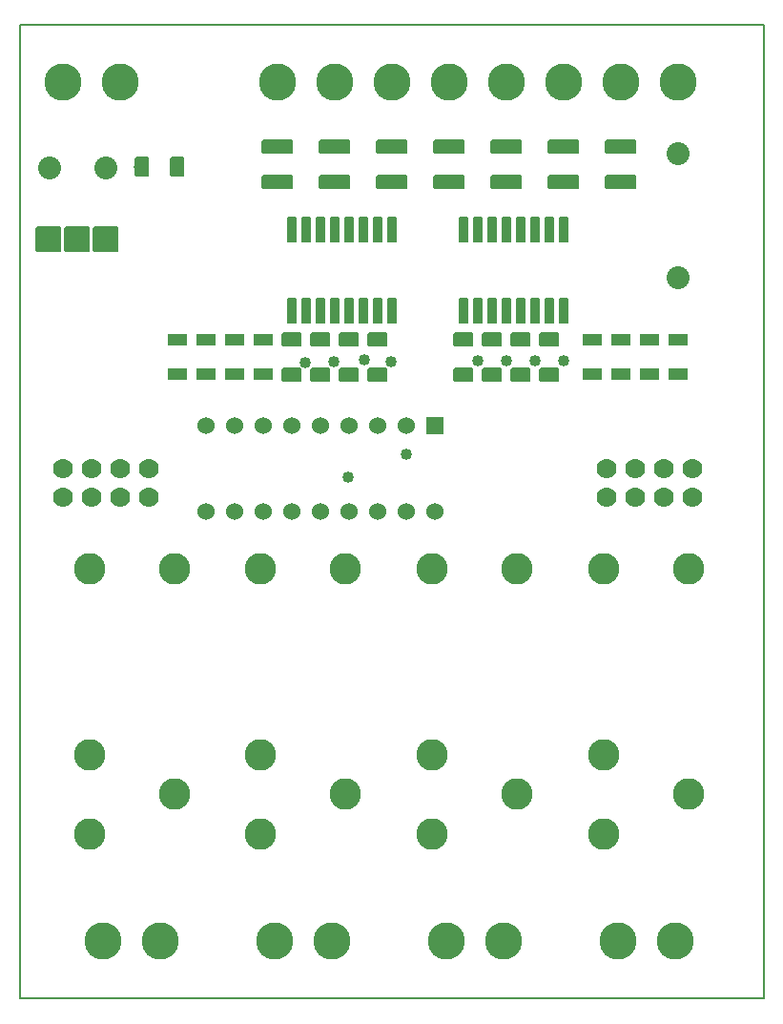
<source format=gbr>
G04 PROTEUS GERBER X2 FILE*
%TF.GenerationSoftware,Labcenter,Proteus,8.5-SP1-Build22252*%
%TF.CreationDate,2016-12-04T16:33:54+00:00*%
%TF.FileFunction,Soldermask,Top*%
%TF.FilePolarity,Negative*%
%TF.Part,Single*%
%FSLAX45Y45*%
%MOMM*%
G01*
%TA.AperFunction,Material*%
%ADD29C,1.016000*%
%ADD72C,3.302000*%
%ADD73C,2.794000*%
%AMPPAD024*
4,1,36,
0.635000,-0.762000,
-0.635000,-0.762000,
-0.660970,-0.759470,
-0.684980,-0.752200,
-0.706580,-0.740650,
-0.725290,-0.725290,
-0.740650,-0.706570,
-0.752200,-0.684980,
-0.759470,-0.660970,
-0.762000,-0.635000,
-0.762000,0.635000,
-0.759470,0.660970,
-0.752200,0.684980,
-0.740650,0.706570,
-0.725290,0.725290,
-0.706580,0.740650,
-0.684980,0.752200,
-0.660970,0.759470,
-0.635000,0.762000,
0.635000,0.762000,
0.660970,0.759470,
0.684980,0.752200,
0.706580,0.740650,
0.725290,0.725290,
0.740650,0.706570,
0.752200,0.684980,
0.759470,0.660970,
0.762000,0.635000,
0.762000,-0.635000,
0.759470,-0.660970,
0.752200,-0.684980,
0.740650,-0.706570,
0.725290,-0.725290,
0.706580,-0.740650,
0.684980,-0.752200,
0.660970,-0.759470,
0.635000,-0.762000,
0*%
%ADD30PPAD024*%
%ADD31C,1.524000*%
%AMPPAD026*
4,1,36,
-1.016000,1.143000,
1.016000,1.143000,
1.041970,1.140470,
1.065980,1.133200,
1.087580,1.121650,
1.106290,1.106290,
1.121650,1.087570,
1.133200,1.065980,
1.140470,1.041970,
1.143000,1.016000,
1.143000,-1.016000,
1.140470,-1.041970,
1.133200,-1.065980,
1.121650,-1.087570,
1.106290,-1.106290,
1.087580,-1.121650,
1.065980,-1.133200,
1.041970,-1.140470,
1.016000,-1.143000,
-1.016000,-1.143000,
-1.041970,-1.140470,
-1.065980,-1.133200,
-1.087580,-1.121650,
-1.106290,-1.106290,
-1.121650,-1.087570,
-1.133200,-1.065980,
-1.140470,-1.041970,
-1.143000,-1.016000,
-1.143000,1.016000,
-1.140470,1.041970,
-1.133200,1.065980,
-1.121650,1.087570,
-1.106290,1.106290,
-1.087580,1.121650,
-1.065980,1.133200,
-1.041970,1.140470,
-1.016000,1.143000,
0*%
%ADD32PPAD026*%
%ADD33C,2.032000*%
%AMPPAD028*
4,1,36,
-0.508000,0.889000,
0.508000,0.889000,
0.533970,0.886470,
0.557980,0.879200,
0.579580,0.867650,
0.598290,0.852290,
0.613650,0.833570,
0.625200,0.811980,
0.632470,0.787970,
0.635000,0.762000,
0.635000,-0.762000,
0.632470,-0.787970,
0.625200,-0.811980,
0.613650,-0.833570,
0.598290,-0.852290,
0.579580,-0.867650,
0.557980,-0.879200,
0.533970,-0.886470,
0.508000,-0.889000,
-0.508000,-0.889000,
-0.533970,-0.886470,
-0.557980,-0.879200,
-0.579580,-0.867650,
-0.598290,-0.852290,
-0.613650,-0.833570,
-0.625200,-0.811980,
-0.632470,-0.787970,
-0.635000,-0.762000,
-0.635000,0.762000,
-0.632470,0.787970,
-0.625200,0.811980,
-0.613650,0.833570,
-0.598290,0.852290,
-0.579580,0.867650,
-0.557980,0.879200,
-0.533970,0.886470,
-0.508000,0.889000,
0*%
%ADD34PPAD028*%
%AMPPAD029*
4,1,36,
-0.317500,1.143000,
0.317500,1.143000,
0.343470,1.140470,
0.367480,1.133200,
0.389080,1.121650,
0.407790,1.106290,
0.423150,1.087570,
0.434700,1.065980,
0.441970,1.041970,
0.444500,1.016000,
0.444500,-1.016000,
0.441970,-1.041970,
0.434700,-1.065980,
0.423150,-1.087570,
0.407790,-1.106290,
0.389080,-1.121650,
0.367480,-1.133200,
0.343470,-1.140470,
0.317500,-1.143000,
-0.317500,-1.143000,
-0.343470,-1.140470,
-0.367480,-1.133200,
-0.389080,-1.121650,
-0.407790,-1.106290,
-0.423150,-1.087570,
-0.434700,-1.065980,
-0.441970,-1.041970,
-0.444500,-1.016000,
-0.444500,1.016000,
-0.441970,1.041970,
-0.434700,1.065980,
-0.423150,1.087570,
-0.407790,1.106290,
-0.389080,1.121650,
-0.367480,1.133200,
-0.343470,1.140470,
-0.317500,1.143000,
0*%
%ADD35PPAD029*%
%AMPPAD030*
4,1,36,
1.397000,0.508000,
1.397000,-0.508000,
1.394470,-0.533970,
1.387200,-0.557980,
1.375650,-0.579580,
1.360290,-0.598290,
1.341570,-0.613650,
1.319980,-0.625200,
1.295970,-0.632470,
1.270000,-0.635000,
-1.270000,-0.635000,
-1.295970,-0.632470,
-1.319980,-0.625200,
-1.341570,-0.613650,
-1.360290,-0.598290,
-1.375650,-0.579580,
-1.387200,-0.557980,
-1.394470,-0.533970,
-1.397000,-0.508000,
-1.397000,0.508000,
-1.394470,0.533970,
-1.387200,0.557980,
-1.375650,0.579580,
-1.360290,0.598290,
-1.341570,0.613650,
-1.319980,0.625200,
-1.295970,0.632470,
-1.270000,0.635000,
1.270000,0.635000,
1.295970,0.632470,
1.319980,0.625200,
1.341570,0.613650,
1.360290,0.598290,
1.375650,0.579580,
1.387200,0.557980,
1.394470,0.533970,
1.397000,0.508000,
0*%
%ADD36PPAD030*%
%AMPPAD031*
4,1,36,
-0.889000,-0.508000,
-0.889000,0.508000,
-0.886470,0.533970,
-0.879200,0.557980,
-0.867650,0.579580,
-0.852290,0.598290,
-0.833570,0.613650,
-0.811980,0.625200,
-0.787970,0.632470,
-0.762000,0.635000,
0.762000,0.635000,
0.787970,0.632470,
0.811980,0.625200,
0.833570,0.613650,
0.852290,0.598290,
0.867650,0.579580,
0.879200,0.557980,
0.886470,0.533970,
0.889000,0.508000,
0.889000,-0.508000,
0.886470,-0.533970,
0.879200,-0.557980,
0.867650,-0.579580,
0.852290,-0.598290,
0.833570,-0.613650,
0.811980,-0.625200,
0.787970,-0.632470,
0.762000,-0.635000,
-0.762000,-0.635000,
-0.787970,-0.632470,
-0.811980,-0.625200,
-0.833570,-0.613650,
-0.852290,-0.598290,
-0.867650,-0.579580,
-0.879200,-0.557980,
-0.886470,-0.533970,
-0.889000,-0.508000,
0*%
%ADD37PPAD031*%
%AMPPAD032*
4,1,4,
0.876300,0.520700,
0.876300,-0.520700,
-0.876300,-0.520700,
-0.876300,0.520700,
0.876300,0.520700,
0*%
%ADD38PPAD032*%
%ADD39C,1.778000*%
%TA.AperFunction,Profile*%
%ADD24C,0.203200*%
D29*
X-14179852Y+11443489D03*
X-9398000Y+9906000D03*
X-13841567Y+11472157D03*
X-12710079Y+9707961D03*
X-12454568Y+9709472D03*
X-12179269Y+9730771D03*
X-11946373Y+9715706D03*
X-11176000Y+9718040D03*
X-10922000Y+9718040D03*
X-10668000Y+9718040D03*
X-10414000Y+9718040D03*
X-12327063Y+8686840D03*
X-11811000Y+8890000D03*
D72*
X-14859000Y+12192000D03*
X-14351000Y+12192000D03*
X-12954000Y+12192000D03*
X-12446000Y+12192000D03*
X-11938000Y+12192000D03*
X-11430000Y+12192000D03*
X-10922000Y+12192000D03*
X-10414000Y+12192000D03*
X-9906000Y+12192000D03*
X-9398000Y+12192000D03*
X-14502000Y+4572000D03*
X-13994000Y+4572000D03*
X-12978000Y+4572000D03*
X-12470000Y+4572000D03*
X-11454000Y+4572000D03*
X-10946000Y+4572000D03*
X-9930000Y+4572000D03*
X-9422000Y+4572000D03*
D73*
X-14617000Y+7874000D03*
X-13867000Y+7874000D03*
X-13867000Y+5874000D03*
X-14617000Y+6224000D03*
X-14617000Y+5524000D03*
X-13105000Y+7874000D03*
X-12355000Y+7874000D03*
X-12355000Y+5874000D03*
X-13105000Y+6224000D03*
X-13105000Y+5524000D03*
X-11581000Y+7874000D03*
X-10831000Y+7874000D03*
X-10831000Y+5874000D03*
X-11581000Y+6224000D03*
X-11581000Y+5524000D03*
X-10057000Y+7874000D03*
X-9307000Y+7874000D03*
X-9307000Y+5874000D03*
X-10057000Y+6224000D03*
X-10057000Y+5524000D03*
D30*
X-11557000Y+9144000D03*
D31*
X-11811000Y+9144000D03*
X-12065000Y+9144000D03*
X-12319000Y+9144000D03*
X-12573000Y+9144000D03*
X-12827000Y+9144000D03*
X-13081000Y+9144000D03*
X-13335000Y+9144000D03*
X-13589000Y+9144000D03*
X-13589000Y+8382000D03*
X-13335000Y+8382000D03*
X-13081000Y+8382000D03*
X-12827000Y+8382000D03*
X-12573000Y+8382000D03*
X-12319000Y+8382000D03*
X-12065000Y+8382000D03*
X-11811000Y+8382000D03*
X-11557000Y+8382000D03*
D32*
X-14986000Y+10795000D03*
X-14732000Y+10795000D03*
X-14478000Y+10795000D03*
D33*
X-14978000Y+11430000D03*
X-14478000Y+11430000D03*
D34*
X-14157960Y+11438000D03*
X-13843000Y+11438000D03*
D35*
X-11938000Y+10883900D03*
X-12065000Y+10883900D03*
X-12192000Y+10883900D03*
X-12319000Y+10883900D03*
X-12446000Y+10883900D03*
X-12573000Y+10883900D03*
X-12700000Y+10883900D03*
X-12827000Y+10883900D03*
X-12827000Y+10160000D03*
X-12700000Y+10160000D03*
X-12573000Y+10160000D03*
X-12446000Y+10160000D03*
X-12319000Y+10160000D03*
X-12192000Y+10160000D03*
X-12065000Y+10160000D03*
X-11938000Y+10160000D03*
X-10414000Y+10883900D03*
X-10541000Y+10883900D03*
X-10668000Y+10883900D03*
X-10795000Y+10883900D03*
X-10922000Y+10883900D03*
X-11049000Y+10883900D03*
X-11176000Y+10883900D03*
X-11303000Y+10883900D03*
X-11303000Y+10160000D03*
X-11176000Y+10160000D03*
X-11049000Y+10160000D03*
X-10922000Y+10160000D03*
X-10795000Y+10160000D03*
X-10668000Y+10160000D03*
X-10541000Y+10160000D03*
X-10414000Y+10160000D03*
D33*
X-9398000Y+10457000D03*
X-9398000Y+11557000D03*
D36*
X-12954000Y+11617960D03*
X-12954000Y+11303000D03*
X-12446000Y+11617960D03*
X-12446000Y+11303000D03*
X-11938000Y+11617960D03*
X-11938000Y+11303000D03*
X-11430000Y+11617960D03*
X-11430000Y+11303000D03*
X-10922000Y+11617960D03*
X-10922000Y+11303000D03*
X-10414000Y+11617960D03*
X-10414000Y+11303000D03*
X-9906000Y+11617960D03*
X-9906000Y+11303000D03*
D37*
X-10541000Y+9591040D03*
X-10541000Y+9906000D03*
X-10795000Y+9591040D03*
X-10795000Y+9906000D03*
X-11049000Y+9591040D03*
X-11049000Y+9906000D03*
X-11303000Y+9591040D03*
X-11303000Y+9906000D03*
X-12319000Y+9591040D03*
X-12319000Y+9906000D03*
X-12573000Y+9591040D03*
X-12573000Y+9906000D03*
X-12827000Y+9591040D03*
X-12827000Y+9906000D03*
D38*
X-13081000Y+9906000D03*
X-13081000Y+9606000D03*
X-13335000Y+9906000D03*
X-13335000Y+9606000D03*
X-13589000Y+9906000D03*
X-13589000Y+9606000D03*
X-13843000Y+9906000D03*
X-13843000Y+9606000D03*
X-9398000Y+9906000D03*
X-9398000Y+9606000D03*
X-9652000Y+9906000D03*
X-9652000Y+9606000D03*
X-9906000Y+9906000D03*
X-9906000Y+9606000D03*
X-10160000Y+9906000D03*
X-10160000Y+9606000D03*
D37*
X-12065000Y+9591040D03*
X-12065000Y+9906000D03*
D39*
X-14859000Y+8509000D03*
X-14859000Y+8763000D03*
X-14605000Y+8509000D03*
X-14605000Y+8763000D03*
X-14351000Y+8509000D03*
X-14351000Y+8763000D03*
X-14097000Y+8509000D03*
X-14097000Y+8763000D03*
X-10033000Y+8509000D03*
X-10033000Y+8763000D03*
X-9779000Y+8509000D03*
X-9779000Y+8763000D03*
X-9525000Y+8509000D03*
X-9525000Y+8763000D03*
X-9271000Y+8509000D03*
X-9271000Y+8763000D03*
D24*
X-15240000Y+4064000D02*
X-8636000Y+4064000D01*
X-8636000Y+12700000D01*
X-15240000Y+12700000D01*
X-15240000Y+4064000D01*
M02*

</source>
